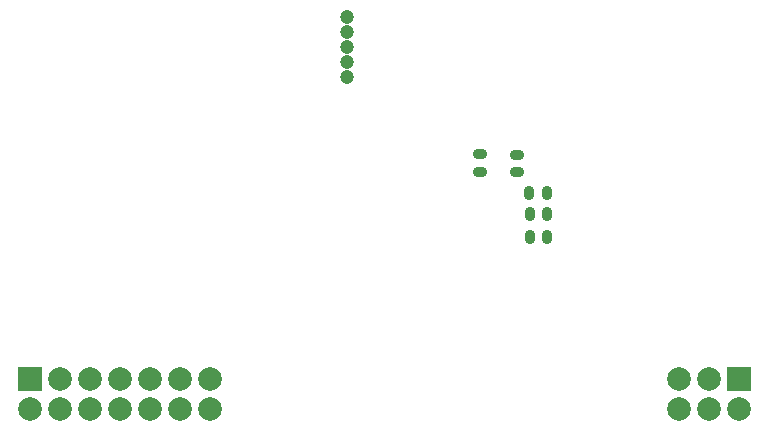
<source format=gbs>
%FSDAX24Y24*%
%MOIN*%
%SFA1B1*%

%IPPOS*%
%AMD28*
4,1,8,0.005900,0.021700,-0.005900,0.021700,-0.015800,0.011800,-0.015800,-0.011800,-0.005900,-0.021700,0.005900,-0.021700,0.015800,-0.011800,0.015800,0.011800,0.005900,0.021700,0.0*
1,1,0.019800,0.005900,0.011800*
1,1,0.019800,-0.005900,0.011800*
1,1,0.019800,-0.005900,-0.011800*
1,1,0.019800,0.005900,-0.011800*
%
%AMD29*
4,1,8,0.021700,-0.005900,0.021700,0.005900,0.011800,0.015800,-0.011800,0.015800,-0.021700,0.005900,-0.021700,-0.005900,-0.011800,-0.015800,0.011800,-0.015800,0.021700,-0.005900,0.0*
1,1,0.019800,0.011800,-0.005900*
1,1,0.019800,0.011800,0.005900*
1,1,0.019800,-0.011800,0.005900*
1,1,0.019800,-0.011800,-0.005900*
%
G04~CAMADD=28~8~0.0~0.0~316.0~434.0~99.0~0.0~15~0.0~0.0~0.0~0.0~0~0.0~0.0~0.0~0.0~0~0.0~0.0~0.0~0.0~316.0~434.0*
%ADD28D28*%
G04~CAMADD=29~8~0.0~0.0~316.0~434.0~99.0~0.0~15~0.0~0.0~0.0~0.0~0~0.0~0.0~0.0~0.0~0~0.0~0.0~0.0~270.0~434.0~316.0*
%ADD29D29*%
%ADD37C,0.078900*%
%ADD38R,0.078900X0.078900*%
%ADD39C,0.047400*%
%LNuppsense-1*%
%LPD*%
G54D28*
X029055Y029921D03*
X028465D03*
X029055Y030669D03*
X028465D03*
X029035Y031378D03*
X028445D03*
G54D29*
X026811Y032677D03*
Y032087D03*
X028031Y032657D03*
Y032067D03*
G54D37*
X033433Y024185D03*
Y025185D03*
X034433Y024185D03*
Y025185D03*
X035433Y024185D03*
X017811Y025185D03*
Y024185D03*
X016811Y025185D03*
Y024185D03*
X011811D03*
X012811Y025185D03*
Y024185D03*
X013811Y025185D03*
Y024185D03*
X014811D03*
Y025185D03*
X015811Y024185D03*
Y025185D03*
G54D38*
X035433Y025185D03*
X011811D03*
G54D39*
X022362Y035248D03*
Y035748D03*
Y036248D03*
Y036748D03*
Y037248D03*
M02*
</source>
